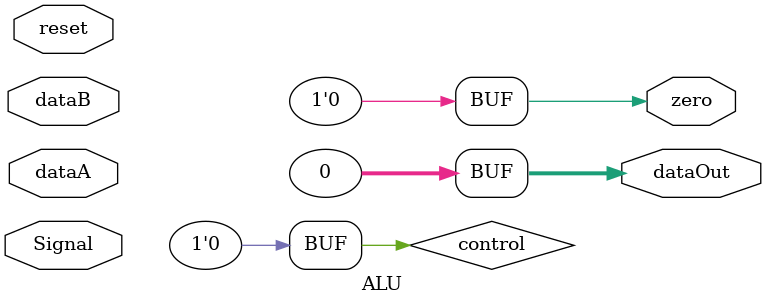
<source format=v>
`timescale 1ns/1ns
/**
ALU (Arithmetic Logic Unit) module performs various arithmetic and logical operations on two input data, based on a control signal.

inputs :
	dataA : 32-bit input data A
	dataB : 32-bit input data B
	Signal : 6-bit control signal
	reset : Reset signal
outputs :
	dataOut: 32-bit output data
*/
module ALU( input [31:0] dataA, input [31:0] dataB, input [2:0] Signal, output [31:0] dataOut, input reset, output zero );

wire control;
wire [31:0] sum, andNum, orNum, sltNum ;

//   Signal ( 6-bits)
parameter AND = 6'b100100; //   AND  : 36
parameter OR  = 6'b100101; //   OR   : 37
parameter ADD = 6'b100000; //   ADD  : 32
parameter SUB = 6'b100010; //   SUB  : 34
parameter SLT = 6'b101010; //   SLT  : 42


// if the signal == SUB or signal == SLT, then the control will be 1, else the control will be 0
assign control = ( Signal == AND ) ? 0 :
	     	     ( Signal == OR  ) ? 0 :
	     	     ( Signal == ADD ) ? 0 :
	     	     ( Signal == SUB ) ? 1 :
	     	     ( Signal == SLT ) ? 1 : 0 ;

FA_ALU32 U_FA_ALU32( .a(dataA), .b(dataB), .cin(control), .sum(sum), .andNum(andNum), .orNum(orNum), .sltNum(sltNum) ) ;

// set dataOut
assign dataOut = ( Signal == AND ) ? andNum :
	     	     ( Signal == OR  ) ? orNum  :
	     	     ( Signal == ADD ) ? sum :
	     	     ( Signal == SUB ) ? sum :
	     	     ( Signal == SLT ) ? sltNum : 32'b0 ;

assign zero = ( dataOut == 32'b0 ) ? ( Signal == SUB ) ? 1 : 0 : 0 ;

endmodule

</source>
